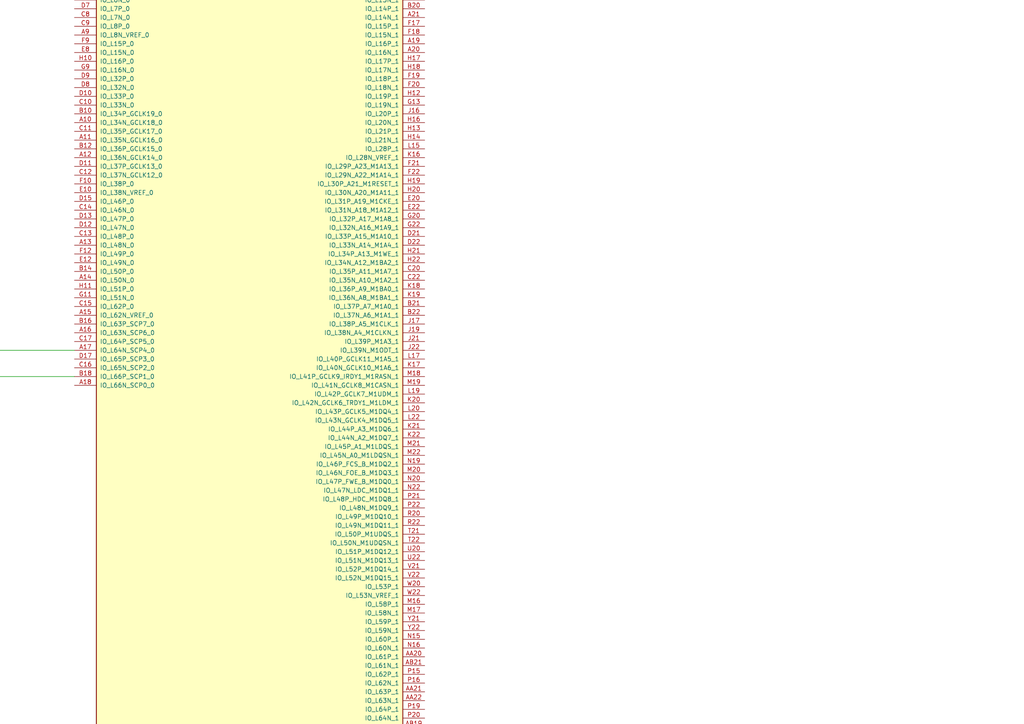
<source format=kicad_sch>
(kicad_sch (version 20211123) (generator eeschema)
  (paper "A4")
  (lib_symbols
    (symbol "mylib:XC6SLX100-CSG484" (pin_names (offset 1.016))
      (property "Reference" "U" (at 0 1.27 0))
      (property "Value" "XC6SLX100-CSG484" (at 0 -1.27 0))
      (symbol "XC6SLX100-CSG484_1_1"
        (rectangle (start -44.45 146.05) (end 44.45 -152.4) (stroke (width 0.254)) (fill (type background)))
        (pin bidirectional line (at -50.8 68.58 0) (length 6.35) (name "IO_L34N_GCLK18_0") (number "A10"))
        (pin bidirectional line (at -50.8 63.5 0) (length 6.35) (name "IO_L35N_GCLK16_0") (number "A11"))
        (pin bidirectional line (at -50.8 58.42 0) (length 6.35) (name "IO_L36N_GCLK14_0") (number "A12"))
        (pin bidirectional line (at -50.8 33.02 0) (length 6.35) (name "IO_L48N_0") (number "A13"))
        (pin bidirectional line (at -50.8 22.86 0) (length 6.35) (name "IO_L50N_0") (number "A14"))
        (pin bidirectional line (at -50.8 12.7 0) (length 6.35) (name "IO_L62N_VREF_0") (number "A15"))
        (pin bidirectional line (at -50.8 7.62 0) (length 6.35) (name "IO_L63N_SCP6_0") (number "A16"))
        (pin bidirectional line (at -50.8 2.54 0) (length 6.35) (name "IO_L64N_SCP4_0") (number "A17"))
        (pin bidirectional line (at -50.8 -7.62 0) (length 6.35) (name "IO_L66N_SCP0_0") (number "A18"))
        (pin bidirectional line (at 50.8 91.44 180) (length 6.35) (name "IO_L16P_1") (number "A19"))
        (pin bidirectional line (at 50.8 88.9 180) (length 6.35) (name "IO_L16N_1") (number "A20"))
        (pin bidirectional line (at 50.8 99.06 180) (length 6.35) (name "IO_L14N_1") (number "A21"))
        (pin bidirectional line (at -50.8 129.54 0) (length 6.35) (name "IO_L1N_VREF_0") (number "A4"))
        (pin bidirectional line (at -50.8 124.46 0) (length 6.35) (name "IO_L2N_0") (number "A5"))
        (pin bidirectional line (at -50.8 114.3 0) (length 6.35) (name "IO_L4N_0") (number "A6"))
        (pin bidirectional line (at -50.8 109.22 0) (length 6.35) (name "IO_L5N_0") (number "A7"))
        (pin bidirectional line (at -50.8 104.14 0) (length 6.35) (name "IO_L6N_0") (number "A8"))
        (pin bidirectional line (at -50.8 93.98 0) (length 6.35) (name "IO_L8N_VREF_0") (number "A9"))
        (pin power_in line (at 10.16 152.4 270) (length 6.35) (name "VCCO_1") (number "AA19"))
        (pin bidirectional line (at 50.8 -86.36 180) (length 6.35) (name "IO_L61P_1") (number "AA20"))
        (pin bidirectional line (at 50.8 -96.52 180) (length 6.35) (name "IO_L63P_1") (number "AA21"))
        (pin bidirectional line (at 50.8 -99.06 180) (length 6.35) (name "IO_L63N_1") (number "AA22"))
        (pin bidirectional line (at 50.8 -106.68 180) (length 6.35) (name "IO_L65P_1") (number "AB19"))
        (pin bidirectional line (at 50.8 -109.22 180) (length 6.35) (name "IO_L65N_1") (number "AB20"))
        (pin bidirectional line (at 50.8 -88.9 180) (length 6.35) (name "IO_L61N_1") (number "AB21"))
        (pin bidirectional line (at -50.8 71.12 0) (length 6.35) (name "IO_L34P_GCLK19_0") (number "B10"))
        (pin power_in line (at -35.56 152.4 270) (length 6.35) (name "VCCO_0") (number "B11"))
        (pin bidirectional line (at -50.8 60.96 0) (length 6.35) (name "IO_L36P_GCLK15_0") (number "B12"))
        (pin bidirectional line (at -50.8 25.4 0) (length 6.35) (name "IO_L50P_0") (number "B14"))
        (pin power_in line (at -33.02 152.4 270) (length 6.35) (name "VCCO_0") (number "B15"))
        (pin bidirectional line (at -50.8 10.16 0) (length 6.35) (name "IO_L63P_SCP7_0") (number "B16"))
        (pin bidirectional line (at -50.8 -5.08 0) (length 6.35) (name "IO_L66P_SCP1_0") (number "B18"))
        (pin power_in line (at 12.7 152.4 270) (length 6.35) (name "VCCO_1") (number "B19"))
        (pin bidirectional line (at 50.8 101.6 180) (length 6.35) (name "IO_L14P_1") (number "B20"))
        (pin bidirectional line (at 50.8 15.24 180) (length 6.35) (name "IO_L37P_A7_M1A0_1") (number "B21"))
        (pin bidirectional line (at 50.8 12.7 180) (length 6.35) (name "IO_L37N_A6_M1A1_1") (number "B22"))
        (pin bidirectional line (at -50.8 132.08 0) (length 6.35) (name "IO_L1P_HSWAPEN_0") (number "B3"))
        (pin power_in line (at -40.64 152.4 270) (length 6.35) (name "VCCO_0") (number "B4"))
        (pin bidirectional line (at -50.8 116.84 0) (length 6.35) (name "IO_L4P_0") (number "B6"))
        (pin power_in line (at -38.1 152.4 270) (length 6.35) (name "VCCO_0") (number "B7"))
        (pin bidirectional line (at -50.8 106.68 0) (length 6.35) (name "IO_L6P_0") (number "B8"))
        (pin bidirectional line (at -50.8 73.66 0) (length 6.35) (name "IO_L33N_0") (number "C10"))
        (pin bidirectional line (at -50.8 66.04 0) (length 6.35) (name "IO_L35P_GCLK17_0") (number "C11"))
        (pin bidirectional line (at -50.8 53.34 0) (length 6.35) (name "IO_L37N_GCLK12_0") (number "C12"))
        (pin bidirectional line (at -50.8 35.56 0) (length 6.35) (name "IO_L48P_0") (number "C13"))
        (pin bidirectional line (at -50.8 43.18 0) (length 6.35) (name "IO_L46N_0") (number "C14"))
        (pin bidirectional line (at -50.8 15.24 0) (length 6.35) (name "IO_L62P_0") (number "C15"))
        (pin bidirectional line (at -50.8 -2.54 0) (length 6.35) (name "IO_L65N_SCP2_0") (number "C16"))
        (pin bidirectional line (at -50.8 5.08 0) (length 6.35) (name "IO_L64P_SCP5_0") (number "C17"))
        (pin bidirectional line (at 50.8 111.76 180) (length 6.35) (name "IO_L12P_1") (number "C18"))
        (pin bidirectional line (at 50.8 109.22 180) (length 6.35) (name "IO_L12N_1") (number "C19"))
        (pin bidirectional line (at 50.8 25.4 180) (length 6.35) (name "IO_L35P_A11_M1A7_1") (number "C20"))
        (pin power_in line (at 15.24 152.4 270) (length 6.35) (name "VCCO_1") (number "C21"))
        (pin bidirectional line (at 50.8 22.86 180) (length 6.35) (name "IO_L35N_A10_M1A2_1") (number "C22"))
        (pin bidirectional line (at -50.8 127 0) (length 6.35) (name "IO_L2P_0") (number "C5"))
        (pin bidirectional line (at -50.8 119.38 0) (length 6.35) (name "IO_L3N_0") (number "C6"))
        (pin bidirectional line (at -50.8 111.76 0) (length 6.35) (name "IO_L5P_0") (number "C7"))
        (pin bidirectional line (at -50.8 99.06 0) (length 6.35) (name "IO_L7N_0") (number "C8"))
        (pin bidirectional line (at -50.8 96.52 0) (length 6.35) (name "IO_L8P_0") (number "C9"))
        (pin bidirectional line (at -50.8 76.2 0) (length 6.35) (name "IO_L33P_0") (number "D10"))
        (pin bidirectional line (at -50.8 55.88 0) (length 6.35) (name "IO_L37P_GCLK13_0") (number "D11"))
        (pin bidirectional line (at -50.8 38.1 0) (length 6.35) (name "IO_L47N_0") (number "D12"))
        (pin bidirectional line (at -50.8 40.64 0) (length 6.35) (name "IO_L47P_0") (number "D13"))
        (pin bidirectional line (at -50.8 45.72 0) (length 6.35) (name "IO_L46P_0") (number "D15"))
        (pin bidirectional line (at -50.8 0 0) (length 6.35) (name "IO_L65P_SCP3_0") (number "D17"))
        (pin bidirectional line (at 50.8 116.84 180) (length 6.35) (name "IO_L11P_1") (number "D19"))
        (pin bidirectional line (at 50.8 114.3 180) (length 6.35) (name "IO_L11N_1") (number "D20"))
        (pin bidirectional line (at 50.8 35.56 180) (length 6.35) (name "IO_L33P_A15_M1A10_1") (number "D21"))
        (pin bidirectional line (at 50.8 33.02 180) (length 6.35) (name "IO_L33N_A14_M1A4_1") (number "D22"))
        (pin bidirectional line (at -50.8 121.92 0) (length 6.35) (name "IO_L3P_0") (number "D6"))
        (pin bidirectional line (at -50.8 101.6 0) (length 6.35) (name "IO_L7P_0") (number "D7"))
        (pin bidirectional line (at -50.8 78.74 0) (length 6.35) (name "IO_L32N_0") (number "D8"))
        (pin bidirectional line (at -50.8 81.28 0) (length 6.35) (name "IO_L32P_0") (number "D9"))
        (pin bidirectional line (at -50.8 48.26 0) (length 6.35) (name "IO_L38N_VREF_0") (number "E10"))
        (pin bidirectional line (at -50.8 27.94 0) (length 6.35) (name "IO_L49N_0") (number "E12"))
        (pin power_in line (at -27.94 152.4 270) (length 6.35) (name "VCCO_0") (number "E13"))
        (pin power_in line (at -25.4 152.4 270) (length 6.35) (name "VCCO_0") (number "E17"))
        (pin power_in line (at 17.78 152.4 270) (length 6.35) (name "VCCO_1") (number "E19"))
        (pin bidirectional line (at 50.8 45.72 180) (length 6.35) (name "IO_L31P_A19_M1CKE_1") (number "E20"))
        (pin bidirectional line (at 50.8 43.18 180) (length 6.35) (name "IO_L31N_A18_M1A12_1") (number "E22"))
        (pin bidirectional line (at -50.8 88.9 0) (length 6.35) (name "IO_L15N_0") (number "E8"))
        (pin power_in line (at -30.48 152.4 270) (length 6.35) (name "VCCO_0") (number "E9"))
        (pin bidirectional line (at -50.8 50.8 0) (length 6.35) (name "IO_L38P_0") (number "F10"))
        (pin bidirectional line (at -50.8 30.48 0) (length 6.35) (name "IO_L49P_0") (number "F12"))
        (pin bidirectional line (at 50.8 127 180) (length 6.35) (name "IO_L9P_1") (number "F13"))
        (pin bidirectional line (at 50.8 124.46 180) (length 6.35) (name "IO_L9N_1") (number "F14"))
        (pin bidirectional line (at 50.8 132.08 180) (length 6.35) (name "IO_L1P_A25_1") (number "F15"))
        (pin bidirectional line (at 50.8 129.54 180) (length 6.35) (name "IO_L1N_A24_VREF_1") (number "F16"))
        (pin bidirectional line (at 50.8 96.52 180) (length 6.35) (name "IO_L15P_1") (number "F17"))
        (pin bidirectional line (at 50.8 93.98 180) (length 6.35) (name "IO_L15N_1") (number "F18"))
        (pin bidirectional line (at 50.8 81.28 180) (length 6.35) (name "IO_L18P_1") (number "F19"))
        (pin bidirectional line (at 50.8 78.74 180) (length 6.35) (name "IO_L18N_1") (number "F20"))
        (pin bidirectional line (at 50.8 55.88 180) (length 6.35) (name "IO_L29P_A23_M1A13_1") (number "F21"))
        (pin bidirectional line (at 50.8 53.34 180) (length 6.35) (name "IO_L29N_A22_M1A14_1") (number "F22"))
        (pin bidirectional line (at -50.8 91.44 0) (length 6.35) (name "IO_L15P_0") (number "F9"))
        (pin power_in line (at -22.86 152.4 270) (length 6.35) (name "VCCO_0") (number "G10"))
        (pin bidirectional line (at -50.8 17.78 0) (length 6.35) (name "IO_L51N_0") (number "G11"))
        (pin bidirectional line (at 50.8 73.66 180) (length 6.35) (name "IO_L19N_1") (number "G13"))
        (pin power_in line (at 20.32 152.4 270) (length 6.35) (name "VCCO_1") (number "G14"))
        (pin bidirectional line (at 50.8 121.92 180) (length 6.35) (name "IO_L10P_1") (number "G15"))
        (pin bidirectional line (at 50.8 119.38 180) (length 6.35) (name "IO_L10N_1") (number "G16"))
        (pin bidirectional line (at 50.8 106.68 180) (length 6.35) (name "IO_L13P_1") (number "G17"))
        (pin bidirectional line (at 50.8 104.14 180) (length 6.35) (name "IO_L13N_1") (number "G19"))
        (pin bidirectional line (at 50.8 40.64 180) (length 6.35) (name "IO_L32P_A17_M1A8_1") (number "G20"))
        (pin power_in line (at 22.86 152.4 270) (length 6.35) (name "VCCO_1") (number "G21"))
        (pin bidirectional line (at 50.8 38.1 180) (length 6.35) (name "IO_L32N_A16_M1A9_1") (number "G22"))
        (pin bidirectional line (at -50.8 83.82 0) (length 6.35) (name "IO_L16N_0") (number "G9"))
        (pin bidirectional line (at -50.8 86.36 0) (length 6.35) (name "IO_L16P_0") (number "H10"))
        (pin bidirectional line (at -50.8 20.32 0) (length 6.35) (name "IO_L51P_0") (number "H11"))
        (pin bidirectional line (at 50.8 76.2 180) (length 6.35) (name "IO_L19P_1") (number "H12"))
        (pin bidirectional line (at 50.8 66.04 180) (length 6.35) (name "IO_L21P_1") (number "H13"))
        (pin bidirectional line (at 50.8 63.5 180) (length 6.35) (name "IO_L21N_1") (number "H14"))
        (pin bidirectional line (at 50.8 68.58 180) (length 6.35) (name "IO_L20N_1") (number "H16"))
        (pin bidirectional line (at 50.8 86.36 180) (length 6.35) (name "IO_L17P_1") (number "H17"))
        (pin bidirectional line (at 50.8 83.82 180) (length 6.35) (name "IO_L17N_1") (number "H18"))
        (pin bidirectional line (at 50.8 50.8 180) (length 6.35) (name "IO_L30P_A21_M1RESET_1") (number "H19"))
        (pin bidirectional line (at 50.8 48.26 180) (length 6.35) (name "IO_L30N_A20_M1A11_1") (number "H20"))
        (pin bidirectional line (at 50.8 30.48 180) (length 6.35) (name "IO_L34P_A13_M1WE_1") (number "H21"))
        (pin bidirectional line (at 50.8 27.94 180) (length 6.35) (name "IO_L34N_A12_M1BA2_1") (number "H22"))
        (pin bidirectional line (at 50.8 71.12 180) (length 6.35) (name "IO_L20P_1") (number "J16"))
        (pin bidirectional line (at 50.8 10.16 180) (length 6.35) (name "IO_L38P_A5_M1CLK_1") (number "J17"))
        (pin power_in line (at 25.4 152.4 270) (length 6.35) (name "VCCO_1") (number "J18"))
        (pin bidirectional line (at 50.8 7.62 180) (length 6.35) (name "IO_L38N_A4_M1CLKN_1") (number "J19"))
        (pin bidirectional line (at 50.8 5.08 180) (length 6.35) (name "IO_L39P_M1A3_1") (number "J21"))
        (pin bidirectional line (at 50.8 2.54 180) (length 6.35) (name "IO_L39N_M1ODT_1") (number "J22"))
        (pin bidirectional line (at 50.8 58.42 180) (length 6.35) (name "IO_L28N_VREF_1") (number "K16"))
        (pin bidirectional line (at 50.8 -2.54 180) (length 6.35) (name "IO_L40N_GCLK10_M1A6_1") (number "K17"))
        (pin bidirectional line (at 50.8 20.32 180) (length 6.35) (name "IO_L36P_A9_M1BA0_1") (number "K18"))
        (pin bidirectional line (at 50.8 17.78 180) (length 6.35) (name "IO_L36N_A8_M1BA1_1") (number "K19"))
        (pin bidirectional line (at 50.8 -12.7 180) (length 6.35) (name "IO_L42N_GCLK6_TRDY1_M1LDM_1") (number "K20"))
        (pin bidirectional line (at 50.8 -20.32 180) (length 6.35) (name "IO_L44P_A3_M1DQ6_1") (number "K21"))
        (pin bidirectional line (at 50.8 -22.86 180) (length 6.35) (name "IO_L44N_A2_M1DQ7_1") (number "K22"))
        (pin bidirectional line (at 50.8 60.96 180) (length 6.35) (name "IO_L28P_1") (number "L15"))
        (pin power_in line (at 27.94 152.4 270) (length 6.35) (name "VCCO_1") (number "L16"))
        (pin bidirectional line (at 50.8 0 180) (length 6.35) (name "IO_L40P_GCLK11_M1A5_1") (number "L17"))
        (pin bidirectional line (at 50.8 -10.16 180) (length 6.35) (name "IO_L42P_GCLK7_M1UDM_1") (number "L19"))
        (pin bidirectional line (at 50.8 -15.24 180) (length 6.35) (name "IO_L43P_GCLK5_M1DQ4_1") (number "L20"))
        (pin power_in line (at 30.48 152.4 270) (length 6.35) (name "VCCO_1") (number "L21"))
        (pin bidirectional line (at 50.8 -17.78 180) (length 6.35) (name "IO_L43N_GCLK4_M1DQ5_1") (number "L22"))
        (pin bidirectional line (at 50.8 -71.12 180) (length 6.35) (name "IO_L58P_1") (number "M16"))
        (pin bidirectional line (at 50.8 -73.66 180) (length 6.35) (name "IO_L58N_1") (number "M17"))
        (pin bidirectional line (at 50.8 -5.08 180) (length 6.35) (name "IO_L41P_GCLK9_IRDY1_M1RASN_1") (number "M18"))
        (pin bidirectional line (at 50.8 -7.62 180) (length 6.35) (name "IO_L41N_GCLK8_M1CASN_1") (number "M19"))
        (pin bidirectional line (at 50.8 -33.02 180) (length 6.35) (name "IO_L46N_FOE_B_M1DQ3_1") (number "M20"))
        (pin bidirectional line (at 50.8 -25.4 180) (length 6.35) (name "IO_L45P_A1_M1LDQS_1") (number "M21"))
        (pin bidirectional line (at 50.8 -27.94 180) (length 6.35) (name "IO_L45N_A0_M1LDQSN_1") (number "M22"))
        (pin bidirectional line (at 50.8 -81.28 180) (length 6.35) (name "IO_L60P_1") (number "N15"))
        (pin bidirectional line (at 50.8 -83.82 180) (length 6.35) (name "IO_L60N_1") (number "N16"))
        (pin power_in line (at 33.02 152.4 270) (length 6.35) (name "VCCO_1") (number "N18"))
        (pin bidirectional line (at 50.8 -30.48 180) (length 6.35) (name "IO_L46P_FCS_B_M1DQ2_1") (number "N19"))
        (pin bidirectional line (at 50.8 -35.56 180) (length 6.35) (name "IO_L47P_FWE_B_M1DQ0_1") (number "N20"))
        (pin bidirectional line (at 50.8 -38.1 180) (length 6.35) (name "IO_L47N_LDC_M1DQ1_1") (number "N22"))
        (pin bidirectional line (at 50.8 -91.44 180) (length 6.35) (name "IO_L62P_1") (number "P15"))
        (pin bidirectional line (at 50.8 -93.98 180) (length 6.35) (name "IO_L62N_1") (number "P16"))
        (pin bidirectional line (at 50.8 -111.76 180) (length 6.35) (name "IO_L66P_1") (number "P17"))
        (pin bidirectional line (at 50.8 -114.3 180) (length 6.35) (name "IO_L66N_1") (number "P18"))
        (pin bidirectional line (at 50.8 -101.6 180) (length 6.35) (name "IO_L64P_1") (number "P19"))
        (pin bidirectional line (at 50.8 -104.14 180) (length 6.35) (name "IO_L64N_1") (number "P20"))
        (pin bidirectional line (at 50.8 -40.64 180) (length 6.35) (name "IO_L48P_HDC_M1DQ8_1") (number "P21"))
        (pin bidirectional line (at 50.8 -43.18 180) (length 6.35) (name "IO_L48N_M1DQ9_1") (number "P22"))
        (pin bidirectional line (at 50.8 -121.92 180) (length 6.35) (name "IO_L68P_1") (number "R15"))
        (pin bidirectional line (at 50.8 -124.46 180) (length 6.35) (name "IO_L68N_1") (number "R16"))
        (pin bidirectional line (at 50.8 -127 180) (length 6.35) (name "IO_L70P_1") (number "R17"))
        (pin bidirectional line (at 50.8 -129.54 180) (length 6.35) (name "IO_L70N_1") (number "R19"))
        (pin bidirectional line (at 50.8 -45.72 180) (length 6.35) (name "IO_L49P_M1DQ10_1") (number "R20"))
        (pin power_in line (at 35.56 152.4 270) (length 6.35) (name "VCCO_1") (number "R21"))
        (pin bidirectional line (at 50.8 -48.26 180) (length 6.35) (name "IO_L49N_M1DQ11_1") (number "R22"))
        (pin bidirectional line (at 50.8 -137.16 180) (length 6.35) (name "IO_L72P_1") (number "T17"))
        (pin bidirectional line (at 50.8 -139.7 180) (length 6.35) (name "IO_L72N_1") (number "T18"))
        (pin bidirectional line (at 50.8 -147.32 180) (length 6.35) (name "IO_L74P_AWAKE_1") (number "T19"))
        (pin bidirectional line (at 50.8 -149.86 180) (length 6.35) (name "IO_L74N_DOUT_BUSY_1") (number "T20"))
        (pin bidirectional line (at 50.8 -50.8 180) (length 6.35) (name "IO_L50P_M1UDQS_1") (number "T21"))
        (pin bidirectional line (at 50.8 -53.34 180) (length 6.35) (name "IO_L50N_M1UDQSN_1") (number "T22"))
        (pin power_in line (at 38.1 152.4 270) (length 6.35) (name "VCCO_1") (number "U18"))
        (pin bidirectional line (at 50.8 -55.88 180) (length 6.35) (name "IO_L51P_M1DQ12_1") (number "U20"))
        (pin bidirectional line (at 50.8 -58.42 180) (length 6.35) (name "IO_L51N_M1DQ13_1") (number "U22"))
        (pin bidirectional line (at 50.8 -142.24 180) (length 6.35) (name "IO_L73P_1") (number "V17"))
        (pin bidirectional line (at 50.8 -144.78 180) (length 6.35) (name "IO_L73N_1") (number "V18"))
        (pin bidirectional line (at 50.8 -132.08 180) (length 6.35) (name "IO_L71P_1") (number "V19"))
        (pin bidirectional line (at 50.8 -134.62 180) (length 6.35) (name "IO_L71N_1") (number "V20"))
        (pin bidirectional line (at 50.8 -60.96 180) (length 6.35) (name "IO_L52P_M1DQ14_1") (number "V21"))
        (pin bidirectional line (at 50.8 -63.5 180) (length 6.35) (name "IO_L52N_M1DQ15_1") (number "V22"))
        (pin bidirectional line (at 50.8 -66.04 180) (length 6.35) (name "IO_L53P_1") (number "W20"))
        (pin power_in line (at 40.64 152.4 270) (length 6.35) (name "VCCO_1") (number "W21"))
        (pin bidirectional line (at 50.8 -68.58 180) (length 6.35) (name "IO_L53N_VREF_1") (number "W22"))
        (pin bidirectional line (at 50.8 -116.84 180) (length 6.35) (name "IO_L67P_1") (number "Y19"))
        (pin bidirectional line (at 50.8 -119.38 180) (length 6.35) (name "IO_L67N_1") (number "Y20"))
        (pin bidirectional line (at 50.8 -76.2 180) (length 6.35) (name "IO_L59P_1") (number "Y21"))
        (pin bidirectional line (at 50.8 -78.74 180) (length 6.35) (name "IO_L59N_1") (number "Y22"))
      )
      (symbol "XC6SLX100-CSG484_2_1"
        (rectangle (start -44.45 140.97) (end 44.45 -147.32) (stroke (width 0.254)) (fill (type background)))
        (pin bidirectional line (at 50.8 -144.78 180) (length 6.35) (name "IO_L83N_VREF_3") (number "A2"))
        (pin bidirectional line (at 50.8 -142.24 180) (length 6.35) (name "IO_L83P_3") (number "A3"))
        (pin bidirectional line (at -50.8 55.88 0) (length 6.35) (name "IO_L32P_GCLK29_2") (number "AA10"))
        (pin power_in line (at -38.1 147.32 270) (length 6.35) (name "VCCO_2") (number "AA11"))
        (pin bidirectional line (at -50.8 66.04 0) (length 6.35) (name "IO_L30P_GCLK1_D13_2") (number "AA12"))
        (pin bidirectional line (at -50.8 86.36 0) (length 6.35) (name "IO_L15P_2") (number "AA14"))
        (pin power_in line (at -35.56 147.32 270) (length 6.35) (name "VCCO_2") (number "AA15"))
        (pin bidirectional line (at -50.8 111.76 0) (length 6.35) (name "IO_L4P_2") (number "AA16"))
        (pin bidirectional line (at -50.8 121.92 0) (length 6.35) (name "IO_L2P_CMPCLK_2") (number "AA18"))
        (pin bidirectional line (at 50.8 127 180) (length 6.35) (name "IO_L1P_3") (number "AA2"))
        (pin power_in line (at 10.16 147.32 270) (length 6.35) (name "VCCO_3") (number "AA3"))
        (pin bidirectional line (at 50.8 91.44 180) (length 6.35) (name "IO_L12P_3") (number "AA4"))
        (pin bidirectional line (at -50.8 -20.32 0) (length 6.35) (name "IO_L64P_D8_2") (number "AA6"))
        (pin power_in line (at -40.64 147.32 270) (length 6.35) (name "VCCO_2") (number "AA7"))
        (pin bidirectional line (at -50.8 0 0) (length 6.35) (name "IO_L49P_D3_2") (number "AA8"))
        (pin bidirectional line (at -50.8 53.34 0) (length 6.35) (name "IO_L32N_GCLK28_2") (number "AB10"))
        (pin bidirectional line (at -50.8 58.42 0) (length 6.35) (name "IO_L31N_GCLK30_D15_2") (number "AB11"))
        (pin bidirectional line (at -50.8 63.5 0) (length 6.35) (name "IO_L30N_GCLK0_USERCCLK_2") (number "AB12"))
        (pin bidirectional line (at -50.8 38.1 0) (length 6.35) (name "IO_L41N_VREF_2") (number "AB13"))
        (pin bidirectional line (at -50.8 83.82 0) (length 6.35) (name "IO_L15N_2") (number "AB14"))
        (pin bidirectional line (at -50.8 104.14 0) (length 6.35) (name "IO_L5N_2") (number "AB15"))
        (pin bidirectional line (at -50.8 109.22 0) (length 6.35) (name "IO_L4N_VREF_2") (number "AB16"))
        (pin bidirectional line (at -50.8 114.3 0) (length 6.35) (name "IO_L3N_MOSI_CSI_B_MISO0_2") (number "AB17"))
        (pin bidirectional line (at -50.8 119.38 0) (length 6.35) (name "IO_L2N_CMPMOSI_2") (number "AB18"))
        (pin bidirectional line (at 50.8 124.46 180) (length 6.35) (name "IO_L1N_VREF_3") (number "AB2"))
        (pin bidirectional line (at 50.8 109.22 180) (length 6.35) (name "IO_L8N_3") (number "AB3"))
        (pin bidirectional line (at 50.8 88.9 180) (length 6.35) (name "IO_L12N_3") (number "AB4"))
        (pin bidirectional line (at -50.8 -27.94 0) (length 6.35) (name "IO_L65N_CSO_B_2") (number "AB5"))
        (pin bidirectional line (at -50.8 -22.86 0) (length 6.35) (name "IO_L64N_D9_2") (number "AB6"))
        (pin bidirectional line (at -50.8 -17.78 0) (length 6.35) (name "IO_L63N_2") (number "AB7"))
        (pin bidirectional line (at -50.8 -2.54 0) (length 6.35) (name "IO_L49N_D4_2") (number "AB8"))
        (pin bidirectional line (at -50.8 2.54 0) (length 6.35) (name "IO_L48N_RDWR_B_VREF_2") (number "AB9"))
        (pin bidirectional line (at 50.8 -83.82 180) (length 6.35) (name "IO_L54N_M3A11_3") (number "B1"))
        (pin bidirectional line (at 50.8 -81.28 180) (length 6.35) (name "IO_L54P_M3RESET_3") (number "B2"))
        (pin bidirectional line (at 50.8 -73.66 180) (length 6.35) (name "IO_L52N_M3A9_3") (number "C1"))
        (pin power_in line (at 12.7 147.32 270) (length 6.35) (name "VCCO_3") (number "C2"))
        (pin bidirectional line (at 50.8 -71.12 180) (length 6.35) (name "IO_L52P_M3A8_3") (number "C3"))
        (pin bidirectional line (at 50.8 -132.08 180) (length 6.35) (name "IO_L81P_3") (number "C4"))
        (pin bidirectional line (at 50.8 -63.5 180) (length 6.35) (name "IO_L50N_M3BA2_3") (number "D1"))
        (pin bidirectional line (at 50.8 -60.96 180) (length 6.35) (name "IO_L50P_M3WE_3") (number "D2"))
        (pin bidirectional line (at 50.8 -134.62 180) (length 6.35) (name "IO_L81N_3") (number "D3"))
        (pin bidirectional line (at 50.8 -139.7 180) (length 6.35) (name "IO_L82N_3") (number "D5"))
        (pin bidirectional line (at 50.8 -53.34 180) (length 6.35) (name "IO_L48N_M3BA1_3") (number "E1"))
        (pin bidirectional line (at 50.8 -50.8 180) (length 6.35) (name "IO_L48P_M3BA0_3") (number "E3"))
        (pin bidirectional line (at 50.8 -106.68 180) (length 6.35) (name "IO_L60P_3") (number "E4"))
        (pin bidirectional line (at 50.8 -124.46 180) (length 6.35) (name "IO_L75N_3") (number "E5"))
        (pin bidirectional line (at 50.8 -137.16 180) (length 6.35) (name "IO_L82P_3") (number "E6"))
        (pin bidirectional line (at 50.8 -43.18 180) (length 6.35) (name "IO_L46N_M3CLKN_3") (number "F1"))
        (pin bidirectional line (at 50.8 -40.64 180) (length 6.35) (name "IO_L46P_M3CLK_3") (number "F2"))
        (pin bidirectional line (at 50.8 -109.22 180) (length 6.35) (name "IO_L60N_3") (number "F3"))
        (pin power_in line (at 15.24 147.32 270) (length 6.35) (name "VCCO_3") (number "F4"))
        (pin bidirectional line (at 50.8 -121.92 180) (length 6.35) (name "IO_L75P_3") (number "F5"))
        (pin power_in line (at 17.78 147.32 270) (length 6.35) (name "VCCO_3") (number "F6"))
        (pin bidirectional line (at 50.8 -129.54 180) (length 6.35) (name "IO_L80N_3") (number "F7"))
        (pin bidirectional line (at 50.8 -127 180) (length 6.35) (name "IO_L80P_3") (number "F8"))
        (pin bidirectional line (at 50.8 -33.02 180) (length 6.35) (name "IO_L44N_GCLK20_M3A6_3") (number "G1"))
        (pin power_in line (at 20.32 147.32 270) (length 6.35) (name "VCCO_3") (number "G2"))
        (pin bidirectional line (at 50.8 -30.48 180) (length 6.35) (name "IO_L44P_GCLK21_M3A5_3") (number "G3"))
        (pin bidirectional line (at 50.8 -119.38 180) (length 6.35) (name "IO_L74N_3") (number "G4"))
        (pin bidirectional line (at 50.8 -116.84 180) (length 6.35) (name "IO_L74P_3") (number "G6"))
        (pin bidirectional line (at 50.8 -114.3 180) (length 6.35) (name "IO_L73N_3") (number "G7"))
        (pin bidirectional line (at 50.8 -111.76 180) (length 6.35) (name "IO_L73P_3") (number "G8"))
        (pin bidirectional line (at 50.8 -22.86 180) (length 6.35) (name "IO_L42N_GCLK24_M3LDM_3") (number "H1"))
        (pin bidirectional line (at 50.8 -20.32 180) (length 6.35) (name "IO_L42P_GCLK25_TRDY2_M3UDM_3") (number "H2"))
        (pin bidirectional line (at 50.8 -88.9 180) (length 6.35) (name "IO_L55N_M3A14_3") (number "H3"))
        (pin bidirectional line (at 50.8 -86.36 180) (length 6.35) (name "IO_L55P_M3A13_3") (number "H4"))
        (pin bidirectional line (at 50.8 -93.98 180) (length 6.35) (name "IO_L57N_VREF_3") (number "H5"))
        (pin bidirectional line (at 50.8 -91.44 180) (length 6.35) (name "IO_L57P_3") (number "H6"))
        (pin bidirectional line (at 50.8 -96.52 180) (length 6.35) (name "IO_L58P_3") (number "H8"))
        (pin bidirectional line (at 50.8 -17.78 180) (length 6.35) (name "IO_L41N_GCLK26_M3DQ5_3") (number "J1"))
        (pin bidirectional line (at 50.8 -15.24 180) (length 6.35) (name "IO_L41P_GCLK27_M3DQ4_3") (number "J3"))
        (pin bidirectional line (at 50.8 -78.74 180) (length 6.35) (name "IO_L53N_M3A12_3") (number "J4"))
        (pin power_in line (at 22.86 147.32 270) (length 6.35) (name "VCCO_3") (number "J5"))
        (pin bidirectional line (at 50.8 -76.2 180) (length 6.35) (name "IO_L53P_M3CKE_3") (number "J6"))
        (pin bidirectional line (at 50.8 -99.06 180) (length 6.35) (name "IO_L58N_3") (number "J7"))
        (pin bidirectional line (at 50.8 -12.7 180) (length 6.35) (name "IO_L40N_M3DQ7_3") (number "K1"))
        (pin bidirectional line (at 50.8 -10.16 180) (length 6.35) (name "IO_L40P_M3DQ6_3") (number "K2"))
        (pin bidirectional line (at 50.8 -58.42 180) (length 6.35) (name "IO_L49N_M3A2_3") (number "K3"))
        (pin bidirectional line (at 50.8 -55.88 180) (length 6.35) (name "IO_L49P_M3A7_3") (number "K4"))
        (pin bidirectional line (at 50.8 -68.58 180) (length 6.35) (name "IO_L51N_M3A4_3") (number "K5"))
        (pin bidirectional line (at 50.8 -66.04 180) (length 6.35) (name "IO_L51P_M3A10_3") (number "K6"))
        (pin bidirectional line (at 50.8 -104.14 180) (length 6.35) (name "IO_L59N_3") (number "K7"))
        (pin bidirectional line (at 50.8 -101.6 180) (length 6.35) (name "IO_L59P_3") (number "K8"))
        (pin bidirectional line (at 50.8 -7.62 180) (length 6.35) (name "IO_L39N_M3LDQSN_3") (number "L1"))
        (pin power_in line (at 25.4 147.32 270) (length 6.35) (name "VCCO_3") (number "L2"))
        (pin bidirectional line (at 50.8 -5.08 180) (length 6.35) (name "IO_L39P_M3LDQS_3") (number "L3"))
        (pin bidirectional line (at 50.8 -48.26 180) (length 6.35) (name "IO_L47N_M3A1_3") (number "L4"))
        (pin bidirectional line (at 50.8 33.02 180) (length 6.35) (name "IO_L31N_VREF_3") (number "L6"))
        (pin power_in line (at 27.94 147.32 270) (length 6.35) (name "VCCO_3") (number "L7"))
        (pin bidirectional line (at 50.8 -2.54 180) (length 6.35) (name "IO_L38N_M3DQ3_3") (number "M1"))
        (pin bidirectional line (at 50.8 0 180) (length 6.35) (name "IO_L38P_M3DQ2_3") (number "M2"))
        (pin bidirectional line (at 50.8 -38.1 180) (length 6.35) (name "IO_L45N_M3ODT_3") (number "M3"))
        (pin bidirectional line (at 50.8 -35.56 180) (length 6.35) (name "IO_L45P_M3A3_3") (number "M4"))
        (pin bidirectional line (at 50.8 -45.72 180) (length 6.35) (name "IO_L47P_M3A0_3") (number "M5"))
        (pin bidirectional line (at 50.8 35.56 180) (length 6.35) (name "IO_L31P_3") (number "M6"))
        (pin bidirectional line (at 50.8 43.18 180) (length 6.35) (name "IO_L25N_3") (number "M7"))
        (pin bidirectional line (at 50.8 45.72 180) (length 6.35) (name "IO_L25P_3") (number "M8"))
        (pin bidirectional line (at 50.8 2.54 180) (length 6.35) (name "IO_L37N_M3DQ1_3") (number "N1"))
        (pin bidirectional line (at 50.8 5.08 180) (length 6.35) (name "IO_L37P_M3DQ0_3") (number "N3"))
        (pin bidirectional line (at 50.8 -25.4 180) (length 6.35) (name "IO_L43P_GCLK23_M3RASN_3") (number "N4"))
        (pin power_in line (at 30.48 147.32 270) (length 6.35) (name "VCCO_3") (number "N5"))
        (pin bidirectional line (at 50.8 48.26 180) (length 6.35) (name "IO_L24N_3") (number "N6"))
        (pin bidirectional line (at 50.8 50.8 180) (length 6.35) (name "IO_L24P_3") (number "N7"))
        (pin bidirectional line (at 50.8 7.62 180) (length 6.35) (name "IO_L36N_M3DQ9_3") (number "P1"))
        (pin bidirectional line (at 50.8 10.16 180) (length 6.35) (name "IO_L36P_M3DQ8_3") (number "P2"))
        (pin bidirectional line (at 50.8 -27.94 180) (length 6.35) (name "IO_L43N_GCLK22_IRDY2_M3CASN_3") (number "P3"))
        (pin bidirectional line (at 50.8 66.04 180) (length 6.35) (name "IO_L21P_3") (number "P4"))
        (pin bidirectional line (at 50.8 58.42 180) (length 6.35) (name "IO_L22N_3") (number "P5"))
        (pin bidirectional line (at 50.8 60.96 180) (length 6.35) (name "IO_L22P_3") (number "P6"))
        (pin bidirectional line (at 50.8 53.34 180) (length 6.35) (name "IO_L23N_3") (number "P7"))
        (pin bidirectional line (at 50.8 55.88 180) (length 6.35) (name "IO_L23P_3") (number "P8"))
        (pin bidirectional line (at 50.8 12.7 180) (length 6.35) (name "IO_L35N_M3DQ11_3") (number "R1"))
        (pin bidirectional line (at -50.8 30.48 0) (length 6.35) (name "IO_L43P_2") (number "R11"))
        (pin bidirectional line (at -50.8 50.8 0) (length 6.35) (name "IO_L33P_2") (number "R13"))
        (pin power_in line (at 33.02 147.32 270) (length 6.35) (name "VCCO_3") (number "R2"))
        (pin bidirectional line (at 50.8 15.24 180) (length 6.35) (name "IO_L35P_M3DQ10_3") (number "R3"))
        (pin bidirectional line (at 50.8 63.5 180) (length 6.35) (name "IO_L21N_3") (number "R4"))
        (pin bidirectional line (at 50.8 93.98 180) (length 6.35) (name "IO_L11N_3") (number "R7"))
        (pin bidirectional line (at 50.8 73.66 180) (length 6.35) (name "IO_L19N_3") (number "R8"))
        (pin bidirectional line (at 50.8 76.2 180) (length 6.35) (name "IO_L19P_3") (number "R9"))
        (pin bidirectional line (at 50.8 17.78 180) (length 6.35) (name "IO_L34N_M3UDQSN_3") (number "T1"))
        (pin bidirectional line (at -50.8 20.32 0) (length 6.35) (name "IO_L45P_2") (number "T10"))
        (pin bidirectional line (at -50.8 27.94 0) (length 6.35) (name "IO_L43N_2") (number "T11"))
        (pin bidirectional line (at -50.8 45.72 0) (length 6.35) (name "IO_L34P_2") (number "T12"))
        (pin power_in line (at -30.48 147.32 270) (length 6.35) (name "VCCO_2") (number "T13"))
        (pin bidirectional line (at -50.8 76.2 0) (length 6.35) (name "IO_L20P_2") (number "T14"))
        (pin bidirectional line (at 50.8 20.32 180) (length 6.35) (name "IO_L34P_M3UDQS_3") (number "T2"))
        (pin bidirectional line (at 50.8 38.1 180) (length 6.35) (name "IO_L26N_3") (number "T3"))
        (pin bidirectional line (at 50.8 40.64 180) (length 6.35) (name "IO_L26P_3") (number "T4"))
        (pin bidirectional line (at 50.8 68.58 180) (length 6.35) (name "IO_L20N_3") (number "T5"))
        (pin bidirectional line (at 50.8 71.12 180) (length 6.35) (name "IO_L20P_3") (number "T6"))
        (pin bidirectional line (at 50.8 99.06 180) (length 6.35) (name "IO_L10N_3") (number "T7"))
        (pin bidirectional line (at 50.8 96.52 180) (length 6.35) (name "IO_L11P_3") (number "T8"))
        (pin power_in line (at -33.02 147.32 270) (length 6.35) (name "VCCO_2") (number "T9"))
        (pin bidirectional line (at 50.8 22.86 180) (length 6.35) (name "IO_L33N_M3DQ13_3") (number "U1"))
        (pin bidirectional line (at -50.8 17.78 0) (length 6.35) (name "IO_L45N_2") (number "U10"))
        (pin bidirectional line (at -50.8 43.18 0) (length 6.35) (name "IO_L34N_2") (number "U12"))
        (pin bidirectional line (at -50.8 48.26 0) (length 6.35) (name "IO_L33N_2") (number "U13"))
        (pin bidirectional line (at -50.8 73.66 0) (length 6.35) (name "IO_L20N_2") (number "U14"))
        (pin bidirectional line (at -50.8 96.52 0) (length 6.35) (name "IO_L13P_M1_2") (number "U15"))
        (pin bidirectional line (at 50.8 25.4 180) (length 6.35) (name "IO_L33P_M3DQ12_3") (number "U3"))
        (pin bidirectional line (at 50.8 81.28 180) (length 6.35) (name "IO_L18P_3") (number "U4"))
        (pin power_in line (at 35.56 147.32 270) (length 6.35) (name "VCCO_3") (number "U5"))
        (pin bidirectional line (at 50.8 86.36 180) (length 6.35) (name "IO_L13P_3") (number "U6"))
        (pin bidirectional line (at 50.8 101.6 180) (length 6.35) (name "IO_L10P_3") (number "U8"))
        (pin bidirectional line (at -50.8 15.24 0) (length 6.35) (name "IO_L46P_2") (number "U9"))
        (pin bidirectional line (at 50.8 27.94 180) (length 6.35) (name "IO_L32N_M3DQ15_3") (number "V1"))
        (pin bidirectional line (at -50.8 25.4 0) (length 6.35) (name "IO_L44P_2") (number "V11"))
        (pin power_in line (at -25.4 147.32 270) (length 6.35) (name "VCCO_2") (number "V12"))
        (pin bidirectional line (at -50.8 101.6 0) (length 6.35) (name "IO_L12P_D1_MISO2_2") (number "V13"))
        (pin bidirectional line (at -50.8 93.98 0) (length 6.35) (name "IO_L13N_D10_2") (number "V15"))
        (pin power_in line (at -22.86 147.32 270) (length 6.35) (name "VCCO_2") (number "V16"))
        (pin bidirectional line (at 50.8 30.48 180) (length 6.35) (name "IO_L32P_M3DQ14_3") (number "V2"))
        (pin bidirectional line (at 50.8 78.74 180) (length 6.35) (name "IO_L18N_3") (number "V3"))
        (pin bidirectional line (at 50.8 83.82 180) (length 6.35) (name "IO_L13N_3") (number "V5"))
        (pin bidirectional line (at -50.8 -5.08 0) (length 6.35) (name "IO_L50P_2") (number "V7"))
        (pin power_in line (at -27.94 147.32 270) (length 6.35) (name "VCCO_2") (number "V8"))
        (pin bidirectional line (at -50.8 12.7 0) (length 6.35) (name "IO_L46N_2") (number "V9"))
        (pin bidirectional line (at 50.8 104.14 180) (length 6.35) (name "IO_L9N_3") (number "W1"))
        (pin bidirectional line (at -50.8 22.86 0) (length 6.35) (name "IO_L44N_2") (number "W10"))
        (pin bidirectional line (at -50.8 71.12 0) (length 6.35) (name "IO_L29P_GCLK3_2") (number "W11"))
        (pin bidirectional line (at -50.8 35.56 0) (length 6.35) (name "IO_L42P_2") (number "W12"))
        (pin bidirectional line (at -50.8 99.06 0) (length 6.35) (name "IO_L12N_D2_MISO3_2") (number "W13"))
        (pin bidirectional line (at -50.8 81.28 0) (length 6.35) (name "IO_L16P_2") (number "W14"))
        (pin bidirectional line (at -50.8 91.44 0) (length 6.35) (name "IO_L14P_D11_2") (number "W15"))
        (pin bidirectional line (at -50.8 127 0) (length 6.35) (name "IO_L1P_CCLK_2") (number "W17"))
        (pin power_in line (at 38.1 147.32 270) (length 6.35) (name "VCCO_3") (number "W2"))
        (pin bidirectional line (at 50.8 106.68 180) (length 6.35) (name "IO_L9P_3") (number "W3"))
        (pin bidirectional line (at 50.8 116.84 180) (length 6.35) (name "IO_L7P_3") (number "W4"))
        (pin power_in line (at 40.64 147.32 270) (length 6.35) (name "VCCO_3") (number "W5"))
        (pin bidirectional line (at -50.8 -10.16 0) (length 6.35) (name "IO_L62P_D5_2") (number "W6"))
        (pin bidirectional line (at -50.8 -7.62 0) (length 6.35) (name "IO_L50N_2") (number "W8"))
        (pin bidirectional line (at -50.8 10.16 0) (length 6.35) (name "IO_L47P_2") (number "W9"))
        (pin bidirectional line (at 50.8 119.38 180) (length 6.35) (name "IO_L2N_3") (number "Y1"))
        (pin bidirectional line (at -50.8 68.58 0) (length 6.35) (name "IO_L29N_GCLK2_2") (number "Y10"))
        (pin bidirectional line (at -50.8 60.96 0) (length 6.35) (name "IO_L31P_GCLK31_D14_2") (number "Y11"))
        (pin bidirectional line (at -50.8 33.02 0) (length 6.35) (name "IO_L42N_2") (number "Y12"))
        (pin bidirectional line (at -50.8 40.64 0) (length 6.35) (name "IO_L41P_2") (number "Y13"))
        (pin bidirectional line (at -50.8 78.74 0) (length 6.35) (name "IO_L16N_VREF_2") (number "Y14"))
        (pin bidirectional line (at -50.8 106.68 0) (length 6.35) (name "IO_L5P_2") (number "Y15"))
        (pin bidirectional line (at -50.8 88.9 0) (length 6.35) (name "IO_L14N_D12_2") (number "Y16"))
        (pin bidirectional line (at -50.8 116.84 0) (length 6.35) (name "IO_L3P_D0_DIN_MISO_MISO1_2") (number "Y17"))
        (pin bidirectional line (at -50.8 124.46 0) (length 6.35) (name "IO_L1N_M0_CMPMISO_2") (number "Y18"))
        (pin bidirectional line (at 50.8 121.92 180) (length 6.35) (name "IO_L2P_3") (number "Y2"))
        (pin bidirectional line (at 50.8 111.76 180) (length 6.35) (name "IO_L8P_3") (number "Y3"))
        (pin bidirectional line (at 50.8 114.3 180) (length 6.35) (name "IO_L7N_3") (number "Y4"))
        (pin bidirectional line (at -50.8 -25.4 0) (length 6.35) (name "IO_L65P_INIT_B_2") (number "Y5"))
        (pin bidirectional line (at -50.8 -12.7 0) (length 6.35) (name "IO_L62N_D6_2") (number "Y6"))
        (pin bidirectional line (at -50.8 -15.24 0) (length 6.35) (name "IO_L63P_2") (number "Y7"))
        (pin bidirectional line (at -50.8 7.62 0) (length 6.35) (name "IO_L47N_2") (number "Y8"))
        (pin bidirectional line (at -50.8 5.08 0) (length 6.35) (name "IO_L48P_D7_2") (number "Y9"))
      )
      (symbol "XC6SLX100-CSG484_3_1"
        (rectangle (start -31.75 15.24) (end 31.75 -15.24) (stroke (width 0.254)) (fill (type background)))
        (pin bidirectional line (at 38.1 -2.54 180) (length 6.35) (name "PROGRAM_B_2") (number "AA1"))
        (pin bidirectional line (at 38.1 5.08 180) (length 6.35) (name "TCK") (number "D14"))
        (pin bidirectional line (at 38.1 10.16 180) (length 6.35) (name "TDO") (number "E14"))
        (pin bidirectional line (at 38.1 7.62 180) (length 6.35) (name "TMS") (number "E16"))
        (pin bidirectional line (at 38.1 12.7 180) (length 6.35) (name "TDI") (number "E18"))
        (pin bidirectional line (at 38.1 -12.7 180) (length 6.35) (name "CMPCS_B_2") (number "T15"))
        (pin bidirectional line (at 38.1 0 180) (length 6.35) (name "DONE_2") (number "U16"))
        (pin bidirectional line (at 38.1 -7.62 180) (length 6.35) (name "SUSPEND") (number "W18"))
      )
      (symbol "XC6SLX100-CSG484_4_1"
        (rectangle (start -19.05 66.04) (end 19.05 -66.04) (stroke (width 0.254)) (fill (type background)))
        (pin power_in line (at -25.4 10.16 0) (length 6.35) (name "GND") (number "A1"))
        (pin power_in line (at -25.4 7.62 0) (length 6.35) (name "GND") (number "A22"))
        (pin power_in line (at 25.4 -55.88 180) (length 6.35) (name "GND") (number "AA13"))
        (pin power_in line (at 25.4 -58.42 180) (length 6.35) (name "GND") (number "AA17"))
        (pin power_in line (at 25.4 -50.8 180) (length 6.35) (name "GND") (number "AA5"))
        (pin power_in line (at 25.4 -53.34 180) (length 6.35) (name "GND") (number "AA9"))
        (pin power_in line (at 25.4 -60.96 180) (length 6.35) (name "GND") (number "AB1"))
        (pin power_in line (at 25.4 -63.5 180) (length 6.35) (name "GND") (number "AB22"))
        (pin power_in line (at -25.4 0 0) (length 6.35) (name "GND") (number "B13"))
        (pin power_in line (at -25.4 -2.54 0) (length 6.35) (name "GND") (number "B17"))
        (pin power_in line (at -25.4 5.08 0) (length 6.35) (name "GND") (number "B5"))
        (pin power_in line (at -25.4 2.54 0) (length 6.35) (name "GND") (number "B9"))
        (pin power_in line (at -25.4 63.5 0) (length 6.35) (name "VCCAUX") (number "D16"))
        (pin power_in line (at -25.4 -7.62 0) (length 6.35) (name "GND") (number "D18"))
        (pin power_in line (at -25.4 -5.08 0) (length 6.35) (name "GND") (number "D4"))
        (pin power_in line (at -25.4 -15.24 0) (length 6.35) (name "GND") (number "E11"))
        (pin power_in line (at -25.4 -17.78 0) (length 6.35) (name "GND") (number "E15"))
        (pin power_in line (at -25.4 -10.16 0) (length 6.35) (name "GND") (number "E2"))
        (pin power_in line (at -25.4 -20.32 0) (length 6.35) (name "GND") (number "E21"))
        (pin power_in line (at -25.4 -12.7 0) (length 6.35) (name "GND") (number "E7"))
        (pin power_in line (at -25.4 60.96 0) (length 6.35) (name "VCCAUX") (number "F11"))
        (pin power_in line (at -25.4 58.42 0) (length 6.35) (name "VCCAUX") (number "G12"))
        (pin power_in line (at -25.4 -25.4 0) (length 6.35) (name "GND") (number "G18"))
        (pin power_in line (at -25.4 -22.86 0) (length 6.35) (name "GND") (number "G5"))
        (pin power_in line (at -25.4 53.34 0) (length 6.35) (name "VCCAUX") (number "H15"))
        (pin power_in line (at -25.4 -27.94 0) (length 6.35) (name "GND") (number "H7"))
        (pin power_in line (at -25.4 55.88 0) (length 6.35) (name "VCCAUX") (number "H9"))
        (pin power_in line (at 25.4 60.96 180) (length 6.35) (name "VCCINT") (number "J10"))
        (pin power_in line (at -25.4 -35.56 0) (length 6.35) (name "GND") (number "J11"))
        (pin power_in line (at 25.4 58.42 180) (length 6.35) (name "VCCINT") (number "J12"))
        (pin power_in line (at -25.4 -38.1 0) (length 6.35) (name "GND") (number "J13"))
        (pin power_in line (at 25.4 55.88 180) (length 6.35) (name "VCCINT") (number "J14"))
        (pin power_in line (at -25.4 -40.64 0) (length 6.35) (name "GND") (number "J15"))
        (pin power_in line (at -25.4 -30.48 0) (length 6.35) (name "GND") (number "J2"))
        (pin power_in line (at -25.4 -43.18 0) (length 6.35) (name "GND") (number "J20"))
        (pin power_in line (at 25.4 63.5 180) (length 6.35) (name "VCCINT") (number "J8"))
        (pin power_in line (at -25.4 -33.02 0) (length 6.35) (name "GND") (number "J9"))
        (pin power_in line (at -25.4 -45.72 0) (length 6.35) (name "GND") (number "K10"))
        (pin power_in line (at 25.4 50.8 180) (length 6.35) (name "VCCINT") (number "K11"))
        (pin power_in line (at -25.4 -48.26 0) (length 6.35) (name "GND") (number "K12"))
        (pin power_in line (at 25.4 48.26 180) (length 6.35) (name "VCCINT") (number "K13"))
        (pin power_in line (at -25.4 -50.8 0) (length 6.35) (name "GND") (number "K14"))
        (pin power_in line (at -25.4 50.8 0) (length 6.35) (name "VCCAUX") (number "K15"))
        (pin power_in line (at 25.4 53.34 180) (length 6.35) (name "VCCINT") (number "K9"))
        (pin power_in line (at 25.4 45.72 180) (length 6.35) (name "VCCINT") (number "L10"))
        (pin power_in line (at -25.4 -58.42 0) (length 6.35) (name "GND") (number "L11"))
        (pin power_in line (at 25.4 43.18 180) (length 6.35) (name "VCCINT") (number "L12"))
        (pin power_in line (at -25.4 -60.96 0) (length 6.35) (name "GND") (number "L13"))
        (pin power_in line (at 25.4 40.64 180) (length 6.35) (name "VCCINT") (number "L14"))
        (pin power_in line (at -25.4 -63.5 0) (length 6.35) (name "GND") (number "L18"))
        (pin power_in line (at -25.4 -53.34 0) (length 6.35) (name "GND") (number "L5"))
        (pin power_in line (at -25.4 48.26 0) (length 6.35) (name "VCCAUX") (number "L8"))
        (pin power_in line (at -25.4 -55.88 0) (length 6.35) (name "GND") (number "L9"))
        (pin power_in line (at 25.4 7.62 180) (length 6.35) (name "GND") (number "M10"))
        (pin power_in line (at 25.4 35.56 180) (length 6.35) (name "VCCINT") (number "M11"))
        (pin power_in line (at 25.4 5.08 180) (length 6.35) (name "GND") (number "M12"))
        (pin power_in line (at 25.4 33.02 180) (length 6.35) (name "VCCINT") (number "M13"))
        (pin power_in line (at 25.4 2.54 180) (length 6.35) (name "GND") (number "M14"))
        (pin power_in line (at -25.4 45.72 0) (length 6.35) (name "VCCAUX") (number "M15"))
        (pin power_in line (at 25.4 38.1 180) (length 6.35) (name "VCCINT") (number "M9"))
        (pin power_in line (at 25.4 30.48 180) (length 6.35) (name "VCCINT") (number "N10"))
        (pin power_in line (at 25.4 -5.08 180) (length 6.35) (name "GND") (number "N11"))
        (pin power_in line (at 25.4 27.94 180) (length 6.35) (name "VCCINT") (number "N12"))
        (pin power_in line (at 25.4 -7.62 180) (length 6.35) (name "GND") (number "N13"))
        (pin power_in line (at 25.4 25.4 180) (length 6.35) (name "VCCINT") (number "N14"))
        (pin power_in line (at 25.4 -10.16 180) (length 6.35) (name "GND") (number "N17"))
        (pin power_in line (at 25.4 0 180) (length 6.35) (name "GND") (number "N2"))
        (pin power_in line (at 25.4 -12.7 180) (length 6.35) (name "GND") (number "N21"))
        (pin power_in line (at -25.4 43.18 0) (length 6.35) (name "VCCAUX") (number "N8"))
        (pin power_in line (at 25.4 -2.54 180) (length 6.35) (name "GND") (number "N9"))
        (pin power_in line (at 25.4 -15.24 180) (length 6.35) (name "GND") (number "P10"))
        (pin power_in line (at 25.4 20.32 180) (length 6.35) (name "VCCINT") (number "P11"))
        (pin power_in line (at 25.4 -17.78 180) (length 6.35) (name "GND") (number "P12"))
        (pin power_in line (at 25.4 17.78 180) (length 6.35) (name "VCCINT") (number "P13"))
        (pin power_in line (at 25.4 -20.32 180) (length 6.35) (name "GND") (number "P14"))
        (pin power_in line (at 25.4 22.86 180) (length 6.35) (name "VCCINT") (number "P9"))
        (pin power_in line (at -25.4 38.1 0) (length 6.35) (name "VCCAUX") (number "R10"))
        (pin power_in line (at -25.4 35.56 0) (length 6.35) (name "VCCAUX") (number "R12"))
        (pin power_in line (at 25.4 15.24 180) (length 6.35) (name "VCCINT") (number "R14"))
        (pin power_in line (at 25.4 -25.4 180) (length 6.35) (name "GND") (number "R18"))
        (pin power_in line (at 25.4 -22.86 180) (length 6.35) (name "GND") (number "R5"))
        (pin power_in line (at -25.4 40.64 0) (length 6.35) (name "VCCAUX") (number "R6"))
        (pin power_in line (at -25.4 25.4 0) (length 6.35) (name "RFUSE") (number "T16"))
        (pin power_in line (at -25.4 33.02 0) (length 6.35) (name "VCCAUX") (number "U11"))
        (pin power_in line (at -25.4 22.86 0) (length 6.35) (name "VBATT") (number "U17"))
        (pin power_in line (at -25.4 20.32 0) (length 6.35) (name "VFS") (number "U19"))
        (pin power_in line (at 25.4 -27.94 180) (length 6.35) (name "GND") (number "U2"))
        (pin power_in line (at 25.4 -33.02 180) (length 6.35) (name "GND") (number "U21"))
        (pin power_in line (at 25.4 -30.48 180) (length 6.35) (name "GND") (number "U7"))
        (pin power_in line (at 25.4 -38.1 180) (length 6.35) (name "GND") (number "V10"))
        (pin power_in line (at 25.4 -40.64 180) (length 6.35) (name "GND") (number "V14"))
        (pin power_in line (at 25.4 -35.56 180) (length 6.35) (name "GND") (number "V4"))
        (pin power_in line (at -25.4 30.48 0) (length 6.35) (name "VCCAUX") (number "V6"))
        (pin power_in line (at 25.4 -45.72 180) (length 6.35) (name "GND") (number "W16"))
        (pin power_in line (at 25.4 -48.26 180) (length 6.35) (name "GND") (number "W19"))
        (pin power_in line (at 25.4 -43.18 180) (length 6.35) (name "GND") (number "W7"))
      )
    )
  )
  (wire (pts (xy -7.62 109.22) (xy 21.59 109.22)))
  (wire (pts (xy -11.43 101.6) (xy 21.59 101.6)))
  (global_label "TMS" (shape input) (at -7.62 109.22 180) (property "Intersheet References" "${INTERSHEET_REFS}" (effects hide)))
  (global_label "TCK" (shape input) (at -11.43 101.6 180) (property "Intersheet References" "${INTERSHEET_REFS}" (effects hide)))
  (symbol (lib_id "mylib:XC6SLX100-CSG484") (at 72.39 104.14 0) (unit 1)
    (property "Reference" "U1" (at 72.39 259.08 0))
    (property "Value" "XC6SLX100-CSG484" (at 72.39 261.62 0))
    (property "Footprint" "mylib:Xilinx_CSG324" (effects hide))
  )
)
</source>
